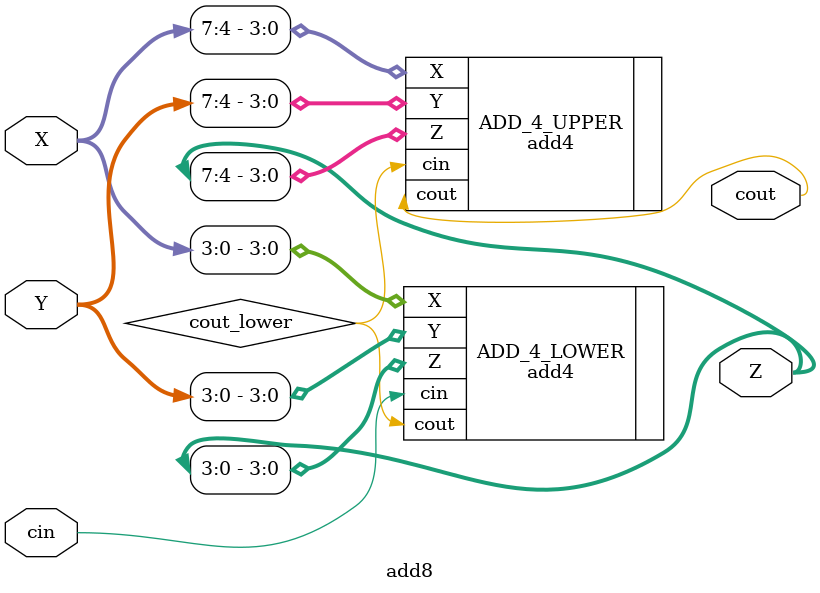
<source format=v>
`timescale 1ns / 1ps
`default_nettype none //helps catch typo-related bugs
module add8(X,Y,Z,cin,cout);

	//parameter definitions

	//port definitions - customize for different bit widths
	input  wire[7:0] X;
	input  wire[7:0] Y;
	output wire[7:0] Z;
	input  wire cin;
	output wire cout;
	
	wire cout_lower; 
	add4 ADD_4_LOWER(.X(X[3:0]), .Y(Y[3:0]), .Z(Z[3:0]), .cin(cin), .cout(cout_lower)); 
	add4 ADD_4_UPPER(.X(X[7:4]), .Y(Y[7:4]), .Z(Z[7:4]), .cin(cout_lower), .cout(cout)); 
	
endmodule
`default_nettype wire //some Xilinx IP requires that the default_nettype be set to wire

</source>
